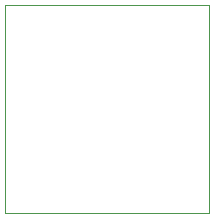
<source format=gbr>
%TF.GenerationSoftware,KiCad,Pcbnew,8.0.0*%
%TF.CreationDate,2024-08-25T13:38:48+02:00*%
%TF.ProjectId,Detector_PTFE,44657465-6374-46f7-925f-505446452e6b,rev?*%
%TF.SameCoordinates,Original*%
%TF.FileFunction,Profile,NP*%
%FSLAX46Y46*%
G04 Gerber Fmt 4.6, Leading zero omitted, Abs format (unit mm)*
G04 Created by KiCad (PCBNEW 8.0.0) date 2024-08-25 13:38:48*
%MOMM*%
%LPD*%
G01*
G04 APERTURE LIST*
%TA.AperFunction,Profile*%
%ADD10C,0.050000*%
%TD*%
G04 APERTURE END LIST*
D10*
X41529000Y-25908000D02*
X58801000Y-25908000D01*
X58801000Y-43561000D01*
X41529000Y-43561000D01*
X41529000Y-25908000D01*
M02*

</source>
